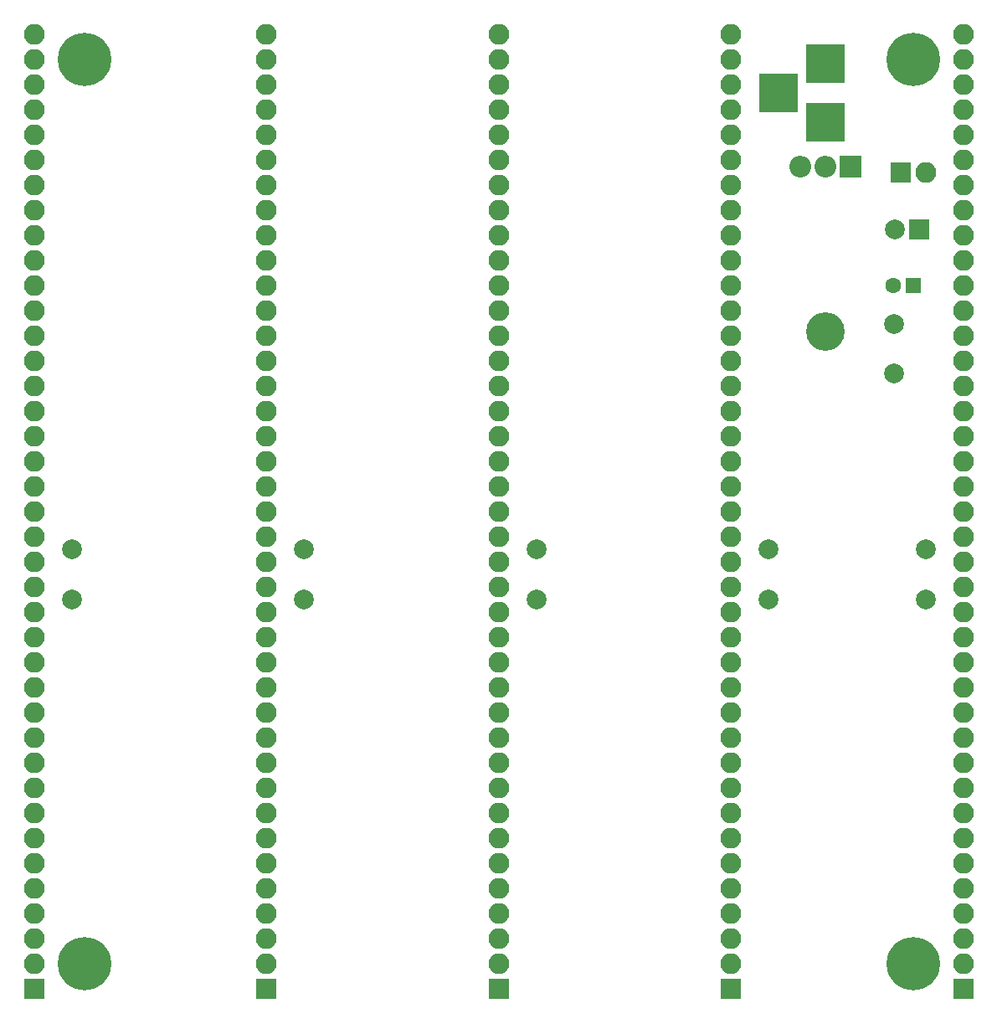
<source format=gts>
G04 #@! TF.FileFunction,Soldermask,Top*
%FSLAX46Y46*%
G04 Gerber Fmt 4.6, Leading zero omitted, Abs format (unit mm)*
G04 Created by KiCad (PCBNEW 4.0.7) date 01/07/19 16:06:24*
%MOMM*%
%LPD*%
G01*
G04 APERTURE LIST*
%ADD10C,0.100000*%
%ADD11R,2.100000X2.100000*%
%ADD12O,2.100000X2.100000*%
%ADD13R,2.000000X2.000000*%
%ADD14C,2.000000*%
%ADD15R,1.600000X1.600000*%
%ADD16C,1.600000*%
%ADD17R,3.900000X3.900000*%
%ADD18C,5.400000*%
%ADD19O,3.900000X3.900000*%
%ADD20R,2.200000X2.200000*%
%ADD21O,2.200000X2.200000*%
G04 APERTURE END LIST*
D10*
D11*
X64770000Y-156210000D03*
D12*
X64770000Y-153670000D03*
X64770000Y-151130000D03*
X64770000Y-148590000D03*
X64770000Y-146050000D03*
X64770000Y-143510000D03*
X64770000Y-140970000D03*
X64770000Y-138430000D03*
X64770000Y-135890000D03*
X64770000Y-133350000D03*
X64770000Y-130810000D03*
X64770000Y-128270000D03*
X64770000Y-125730000D03*
X64770000Y-123190000D03*
X64770000Y-120650000D03*
X64770000Y-118110000D03*
X64770000Y-115570000D03*
X64770000Y-113030000D03*
X64770000Y-110490000D03*
X64770000Y-107950000D03*
X64770000Y-105410000D03*
X64770000Y-102870000D03*
X64770000Y-100330000D03*
X64770000Y-97790000D03*
X64770000Y-95250000D03*
X64770000Y-92710000D03*
X64770000Y-90170000D03*
X64770000Y-87630000D03*
X64770000Y-85090000D03*
X64770000Y-82550000D03*
X64770000Y-80010000D03*
X64770000Y-77470000D03*
X64770000Y-74930000D03*
X64770000Y-72390000D03*
X64770000Y-69850000D03*
X64770000Y-67310000D03*
X64770000Y-64770000D03*
X64770000Y-62230000D03*
X64770000Y-59690000D03*
D13*
X154305000Y-79375000D03*
D14*
X151805000Y-79375000D03*
D15*
X153670000Y-85090000D03*
D16*
X151670000Y-85090000D03*
D14*
X151765000Y-93980000D03*
X151765000Y-88980000D03*
X68580000Y-111760000D03*
X68580000Y-116760000D03*
X92075000Y-111760000D03*
X92075000Y-116760000D03*
X115570000Y-111760000D03*
X115570000Y-116760000D03*
X139065000Y-111760000D03*
X139065000Y-116760000D03*
X154940000Y-111760000D03*
X154940000Y-116760000D03*
D17*
X144780000Y-68580000D03*
X144780000Y-62580000D03*
X140080000Y-65580000D03*
D11*
X88265000Y-156210000D03*
D12*
X88265000Y-153670000D03*
X88265000Y-151130000D03*
X88265000Y-148590000D03*
X88265000Y-146050000D03*
X88265000Y-143510000D03*
X88265000Y-140970000D03*
X88265000Y-138430000D03*
X88265000Y-135890000D03*
X88265000Y-133350000D03*
X88265000Y-130810000D03*
X88265000Y-128270000D03*
X88265000Y-125730000D03*
X88265000Y-123190000D03*
X88265000Y-120650000D03*
X88265000Y-118110000D03*
X88265000Y-115570000D03*
X88265000Y-113030000D03*
X88265000Y-110490000D03*
X88265000Y-107950000D03*
X88265000Y-105410000D03*
X88265000Y-102870000D03*
X88265000Y-100330000D03*
X88265000Y-97790000D03*
X88265000Y-95250000D03*
X88265000Y-92710000D03*
X88265000Y-90170000D03*
X88265000Y-87630000D03*
X88265000Y-85090000D03*
X88265000Y-82550000D03*
X88265000Y-80010000D03*
X88265000Y-77470000D03*
X88265000Y-74930000D03*
X88265000Y-72390000D03*
X88265000Y-69850000D03*
X88265000Y-67310000D03*
X88265000Y-64770000D03*
X88265000Y-62230000D03*
X88265000Y-59690000D03*
D11*
X111760000Y-156210000D03*
D12*
X111760000Y-153670000D03*
X111760000Y-151130000D03*
X111760000Y-148590000D03*
X111760000Y-146050000D03*
X111760000Y-143510000D03*
X111760000Y-140970000D03*
X111760000Y-138430000D03*
X111760000Y-135890000D03*
X111760000Y-133350000D03*
X111760000Y-130810000D03*
X111760000Y-128270000D03*
X111760000Y-125730000D03*
X111760000Y-123190000D03*
X111760000Y-120650000D03*
X111760000Y-118110000D03*
X111760000Y-115570000D03*
X111760000Y-113030000D03*
X111760000Y-110490000D03*
X111760000Y-107950000D03*
X111760000Y-105410000D03*
X111760000Y-102870000D03*
X111760000Y-100330000D03*
X111760000Y-97790000D03*
X111760000Y-95250000D03*
X111760000Y-92710000D03*
X111760000Y-90170000D03*
X111760000Y-87630000D03*
X111760000Y-85090000D03*
X111760000Y-82550000D03*
X111760000Y-80010000D03*
X111760000Y-77470000D03*
X111760000Y-74930000D03*
X111760000Y-72390000D03*
X111760000Y-69850000D03*
X111760000Y-67310000D03*
X111760000Y-64770000D03*
X111760000Y-62230000D03*
X111760000Y-59690000D03*
D11*
X135255000Y-156210000D03*
D12*
X135255000Y-153670000D03*
X135255000Y-151130000D03*
X135255000Y-148590000D03*
X135255000Y-146050000D03*
X135255000Y-143510000D03*
X135255000Y-140970000D03*
X135255000Y-138430000D03*
X135255000Y-135890000D03*
X135255000Y-133350000D03*
X135255000Y-130810000D03*
X135255000Y-128270000D03*
X135255000Y-125730000D03*
X135255000Y-123190000D03*
X135255000Y-120650000D03*
X135255000Y-118110000D03*
X135255000Y-115570000D03*
X135255000Y-113030000D03*
X135255000Y-110490000D03*
X135255000Y-107950000D03*
X135255000Y-105410000D03*
X135255000Y-102870000D03*
X135255000Y-100330000D03*
X135255000Y-97790000D03*
X135255000Y-95250000D03*
X135255000Y-92710000D03*
X135255000Y-90170000D03*
X135255000Y-87630000D03*
X135255000Y-85090000D03*
X135255000Y-82550000D03*
X135255000Y-80010000D03*
X135255000Y-77470000D03*
X135255000Y-74930000D03*
X135255000Y-72390000D03*
X135255000Y-69850000D03*
X135255000Y-67310000D03*
X135255000Y-64770000D03*
X135255000Y-62230000D03*
X135255000Y-59690000D03*
D11*
X158750000Y-156210000D03*
D12*
X158750000Y-153670000D03*
X158750000Y-151130000D03*
X158750000Y-148590000D03*
X158750000Y-146050000D03*
X158750000Y-143510000D03*
X158750000Y-140970000D03*
X158750000Y-138430000D03*
X158750000Y-135890000D03*
X158750000Y-133350000D03*
X158750000Y-130810000D03*
X158750000Y-128270000D03*
X158750000Y-125730000D03*
X158750000Y-123190000D03*
X158750000Y-120650000D03*
X158750000Y-118110000D03*
X158750000Y-115570000D03*
X158750000Y-113030000D03*
X158750000Y-110490000D03*
X158750000Y-107950000D03*
X158750000Y-105410000D03*
X158750000Y-102870000D03*
X158750000Y-100330000D03*
X158750000Y-97790000D03*
X158750000Y-95250000D03*
X158750000Y-92710000D03*
X158750000Y-90170000D03*
X158750000Y-87630000D03*
X158750000Y-85090000D03*
X158750000Y-82550000D03*
X158750000Y-80010000D03*
X158750000Y-77470000D03*
X158750000Y-74930000D03*
X158750000Y-72390000D03*
X158750000Y-69850000D03*
X158750000Y-67310000D03*
X158750000Y-64770000D03*
X158750000Y-62230000D03*
X158750000Y-59690000D03*
D18*
X69850000Y-153670000D03*
X153670000Y-153670000D03*
X153670000Y-62230000D03*
X69850000Y-62230000D03*
D19*
X144780000Y-89685000D03*
D20*
X147320000Y-73025000D03*
D21*
X144780000Y-73025000D03*
X142240000Y-73025000D03*
D11*
X152400000Y-73660000D03*
D12*
X154940000Y-73660000D03*
M02*

</source>
